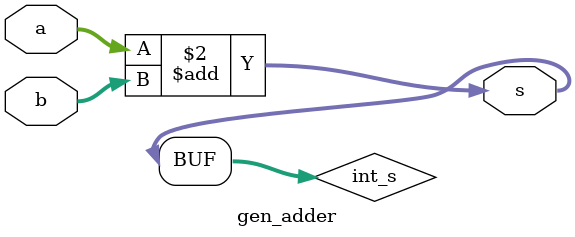
<source format=v>
module gen_adder
#(
	parameter IN_WIDTH = 32,
	parameter OUT_WIDTH = IN_WIDTH + 1
)
(
	input wire [IN_WIDTH - 1:0] a,
	input wire [IN_WIDTH - 1:0] b,
	output wire [OUT_WIDTH - 1:0] s
);
	reg [OUT_WIDTH - 1:0] int_s;
	assign s = int_s;
	always @(a or b)
	begin
		int_s <= a + b;
	end	
endmodule

</source>
